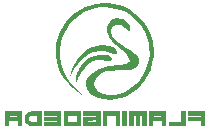
<source format=gbo>
G04 (created by PCBNEW (2013-07-07 BZR 4022)-stable) date 2013/12/2 11:28:43*
%MOIN*%
G04 Gerber Fmt 3.4, Leading zero omitted, Abs format*
%FSLAX34Y34*%
G01*
G70*
G90*
G04 APERTURE LIST*
%ADD10C,0.00590551*%
%ADD11C,0.0001*%
G04 APERTURE END LIST*
G54D10*
G54D11*
G36*
X54641Y-25363D02*
X54568Y-25363D01*
X54494Y-25363D01*
X54494Y-25277D01*
X54494Y-25190D01*
X54494Y-25037D01*
X54490Y-25028D01*
X54474Y-25022D01*
X54443Y-25018D01*
X54391Y-25017D01*
X54354Y-25017D01*
X54290Y-25017D01*
X54249Y-25020D01*
X54225Y-25024D01*
X54215Y-25031D01*
X54214Y-25037D01*
X54219Y-25046D01*
X54234Y-25052D01*
X54266Y-25055D01*
X54317Y-25057D01*
X54354Y-25057D01*
X54418Y-25056D01*
X54460Y-25054D01*
X54483Y-25049D01*
X54493Y-25042D01*
X54494Y-25037D01*
X54494Y-25190D01*
X54354Y-25190D01*
X54214Y-25190D01*
X54214Y-25277D01*
X54214Y-25363D01*
X54141Y-25363D01*
X54068Y-25363D01*
X54068Y-25117D01*
X54068Y-24870D01*
X54354Y-24870D01*
X54641Y-24870D01*
X54641Y-25117D01*
X54641Y-25363D01*
X54641Y-25363D01*
X54641Y-25363D01*
G37*
G36*
X55294Y-25363D02*
X55148Y-25363D01*
X55148Y-25230D01*
X55148Y-25123D01*
X55148Y-25017D01*
X55040Y-25017D01*
X54985Y-25018D01*
X54949Y-25021D01*
X54925Y-25029D01*
X54906Y-25044D01*
X54900Y-25049D01*
X54873Y-25089D01*
X54870Y-25132D01*
X54883Y-25168D01*
X54902Y-25197D01*
X54932Y-25215D01*
X54978Y-25225D01*
X55045Y-25229D01*
X55051Y-25229D01*
X55148Y-25230D01*
X55148Y-25363D01*
X55098Y-25363D01*
X55017Y-25362D01*
X54959Y-25360D01*
X54917Y-25357D01*
X54887Y-25351D01*
X54862Y-25341D01*
X54853Y-25337D01*
X54794Y-25295D01*
X54750Y-25241D01*
X54727Y-25183D01*
X54727Y-25182D01*
X54722Y-25104D01*
X54736Y-25031D01*
X54767Y-24970D01*
X54794Y-24937D01*
X54822Y-24913D01*
X54855Y-24896D01*
X54899Y-24885D01*
X54957Y-24878D01*
X55034Y-24874D01*
X55091Y-24873D01*
X55294Y-24868D01*
X55294Y-25116D01*
X55294Y-25363D01*
X55294Y-25363D01*
X55294Y-25363D01*
G37*
G36*
X55948Y-25363D02*
X55661Y-25363D01*
X55374Y-25363D01*
X55374Y-25297D01*
X55374Y-25230D01*
X55588Y-25230D01*
X55669Y-25230D01*
X55727Y-25229D01*
X55765Y-25226D01*
X55788Y-25222D01*
X55799Y-25216D01*
X55801Y-25210D01*
X55797Y-25203D01*
X55785Y-25197D01*
X55758Y-25193D01*
X55715Y-25191D01*
X55653Y-25190D01*
X55588Y-25190D01*
X55374Y-25190D01*
X55374Y-25123D01*
X55374Y-25057D01*
X55588Y-25057D01*
X55669Y-25057D01*
X55727Y-25055D01*
X55765Y-25053D01*
X55788Y-25049D01*
X55799Y-25043D01*
X55801Y-25037D01*
X55797Y-25029D01*
X55785Y-25024D01*
X55758Y-25020D01*
X55715Y-25018D01*
X55653Y-25017D01*
X55588Y-25017D01*
X55374Y-25017D01*
X55374Y-24943D01*
X55374Y-24870D01*
X55661Y-24870D01*
X55948Y-24870D01*
X55948Y-25117D01*
X55948Y-25363D01*
X55948Y-25363D01*
X55948Y-25363D01*
G37*
G36*
X56601Y-25363D02*
X56454Y-25363D01*
X56454Y-25230D01*
X56454Y-25017D01*
X56174Y-25017D01*
X56174Y-25230D01*
X56454Y-25230D01*
X56454Y-25363D01*
X56028Y-25363D01*
X56028Y-24870D01*
X56601Y-24870D01*
X56601Y-25363D01*
X56601Y-25363D01*
X56601Y-25363D01*
G37*
G36*
X57254Y-25363D02*
X56968Y-25363D01*
X56681Y-25363D01*
X56681Y-25210D01*
X56681Y-25057D01*
X56875Y-25057D01*
X57069Y-25057D01*
X57065Y-25120D01*
X57061Y-25183D01*
X56944Y-25187D01*
X56886Y-25190D01*
X56850Y-25195D01*
X56832Y-25202D01*
X56828Y-25211D01*
X56832Y-25219D01*
X56849Y-25225D01*
X56882Y-25229D01*
X56936Y-25230D01*
X56968Y-25230D01*
X57108Y-25230D01*
X57108Y-25123D01*
X57108Y-25017D01*
X56894Y-25017D01*
X56681Y-25017D01*
X56681Y-24943D01*
X56681Y-24870D01*
X56968Y-24870D01*
X57254Y-24870D01*
X57254Y-25117D01*
X57254Y-25363D01*
X57254Y-25363D01*
X57254Y-25363D01*
G37*
G36*
X57908Y-25363D02*
X57761Y-25363D01*
X57761Y-25017D01*
X57481Y-25017D01*
X57481Y-25363D01*
X57334Y-25363D01*
X57334Y-24870D01*
X57908Y-24870D01*
X57908Y-25363D01*
X57908Y-25363D01*
X57908Y-25363D01*
G37*
G36*
X58134Y-25363D02*
X58054Y-25363D01*
X57974Y-25363D01*
X57977Y-25120D01*
X57981Y-24877D01*
X58058Y-24873D01*
X58134Y-24869D01*
X58134Y-25116D01*
X58134Y-25363D01*
X58134Y-25363D01*
X58134Y-25363D01*
G37*
G36*
X58788Y-25363D02*
X58641Y-25363D01*
X58641Y-25017D01*
X58574Y-25017D01*
X58574Y-25363D01*
X58428Y-25363D01*
X58428Y-25017D01*
X58361Y-25017D01*
X58361Y-25363D01*
X58214Y-25363D01*
X58214Y-24870D01*
X58788Y-24870D01*
X58788Y-25363D01*
X58788Y-25363D01*
X58788Y-25363D01*
G37*
G36*
X59441Y-25363D02*
X59368Y-25363D01*
X59294Y-25363D01*
X59294Y-25277D01*
X59294Y-25190D01*
X59294Y-25037D01*
X59290Y-25028D01*
X59274Y-25022D01*
X59243Y-25018D01*
X59191Y-25017D01*
X59154Y-25017D01*
X59090Y-25017D01*
X59049Y-25020D01*
X59025Y-25024D01*
X59015Y-25031D01*
X59014Y-25037D01*
X59019Y-25046D01*
X59034Y-25052D01*
X59066Y-25055D01*
X59117Y-25057D01*
X59154Y-25057D01*
X59218Y-25056D01*
X59260Y-25054D01*
X59283Y-25049D01*
X59293Y-25042D01*
X59294Y-25037D01*
X59294Y-25190D01*
X59154Y-25190D01*
X59014Y-25190D01*
X59014Y-25277D01*
X59014Y-25363D01*
X58941Y-25363D01*
X58868Y-25363D01*
X58868Y-25117D01*
X58868Y-24870D01*
X59154Y-24870D01*
X59441Y-24870D01*
X59441Y-25117D01*
X59441Y-25363D01*
X59441Y-25363D01*
X59441Y-25363D01*
G37*
G36*
X60094Y-25363D02*
X59521Y-25363D01*
X59521Y-25230D01*
X59948Y-25230D01*
X59948Y-24870D01*
X60094Y-24870D01*
X60094Y-25363D01*
X60094Y-25363D01*
X60094Y-25363D01*
G37*
G36*
X60748Y-25363D02*
X60674Y-25363D01*
X60601Y-25363D01*
X60601Y-25277D01*
X60601Y-25190D01*
X60388Y-25190D01*
X60174Y-25190D01*
X60174Y-25123D01*
X60174Y-25057D01*
X60388Y-25057D01*
X60469Y-25057D01*
X60527Y-25055D01*
X60565Y-25053D01*
X60588Y-25049D01*
X60599Y-25043D01*
X60601Y-25037D01*
X60597Y-25029D01*
X60585Y-25024D01*
X60558Y-25020D01*
X60515Y-25018D01*
X60453Y-25017D01*
X60388Y-25017D01*
X60174Y-25017D01*
X60174Y-24943D01*
X60174Y-24870D01*
X60461Y-24870D01*
X60748Y-24870D01*
X60748Y-25117D01*
X60748Y-25363D01*
X60748Y-25363D01*
X60748Y-25363D01*
G37*
G36*
X59035Y-22888D02*
X59031Y-22986D01*
X59022Y-23065D01*
X58981Y-23282D01*
X58918Y-23485D01*
X58833Y-23674D01*
X58725Y-23849D01*
X58595Y-24008D01*
X58444Y-24151D01*
X58272Y-24279D01*
X58219Y-24312D01*
X58069Y-24389D01*
X57905Y-24445D01*
X57735Y-24481D01*
X57562Y-24493D01*
X57393Y-24483D01*
X57367Y-24479D01*
X57216Y-24443D01*
X57085Y-24391D01*
X56973Y-24322D01*
X56881Y-24237D01*
X56810Y-24135D01*
X56798Y-24111D01*
X56774Y-24037D01*
X56767Y-23954D01*
X56776Y-23872D01*
X56800Y-23803D01*
X56847Y-23735D01*
X56914Y-23664D01*
X56998Y-23593D01*
X57093Y-23528D01*
X57194Y-23470D01*
X57297Y-23425D01*
X57297Y-23424D01*
X57389Y-23395D01*
X57495Y-23372D01*
X57618Y-23354D01*
X57763Y-23341D01*
X57813Y-23337D01*
X57891Y-23331D01*
X57966Y-23324D01*
X58030Y-23315D01*
X58077Y-23307D01*
X58090Y-23304D01*
X58146Y-23279D01*
X58191Y-23244D01*
X58220Y-23204D01*
X58227Y-23173D01*
X58215Y-23118D01*
X58181Y-23053D01*
X58126Y-22982D01*
X58053Y-22905D01*
X57963Y-22826D01*
X57930Y-22799D01*
X57856Y-22737D01*
X57781Y-22667D01*
X57707Y-22594D01*
X57641Y-22521D01*
X57586Y-22454D01*
X57546Y-22397D01*
X57539Y-22383D01*
X57500Y-22301D01*
X57478Y-22229D01*
X57473Y-22162D01*
X57481Y-22093D01*
X57510Y-21992D01*
X57555Y-21907D01*
X57613Y-21842D01*
X57683Y-21799D01*
X57714Y-21788D01*
X57774Y-21780D01*
X57848Y-21782D01*
X57925Y-21793D01*
X57990Y-21811D01*
X58067Y-21849D01*
X58133Y-21904D01*
X58184Y-21971D01*
X58217Y-22045D01*
X58228Y-22113D01*
X58226Y-22165D01*
X58219Y-22191D01*
X58204Y-22194D01*
X58177Y-22175D01*
X58151Y-22151D01*
X58079Y-22093D01*
X58000Y-22047D01*
X57920Y-22016D01*
X57847Y-22003D01*
X57840Y-22003D01*
X57766Y-22013D01*
X57699Y-22039D01*
X57646Y-22079D01*
X57635Y-22093D01*
X57612Y-22144D01*
X57602Y-22209D01*
X57607Y-22277D01*
X57626Y-22340D01*
X57627Y-22343D01*
X57678Y-22423D01*
X57754Y-22507D01*
X57853Y-22593D01*
X57973Y-22679D01*
X58101Y-22757D01*
X58221Y-22828D01*
X58318Y-22893D01*
X58395Y-22955D01*
X58455Y-23013D01*
X58500Y-23073D01*
X58520Y-23109D01*
X58544Y-23181D01*
X58542Y-23251D01*
X58516Y-23319D01*
X58468Y-23379D01*
X58399Y-23432D01*
X58314Y-23473D01*
X58287Y-23481D01*
X58259Y-23488D01*
X58227Y-23494D01*
X58185Y-23499D01*
X58131Y-23502D01*
X58061Y-23505D01*
X57971Y-23508D01*
X57874Y-23511D01*
X57753Y-23515D01*
X57656Y-23519D01*
X57577Y-23523D01*
X57513Y-23530D01*
X57461Y-23538D01*
X57416Y-23549D01*
X57375Y-23563D01*
X57333Y-23581D01*
X57315Y-23590D01*
X57232Y-23641D01*
X57160Y-23708D01*
X57101Y-23785D01*
X57061Y-23867D01*
X57045Y-23934D01*
X57049Y-24008D01*
X57076Y-24083D01*
X57123Y-24155D01*
X57185Y-24217D01*
X57261Y-24265D01*
X57275Y-24272D01*
X57379Y-24307D01*
X57497Y-24328D01*
X57623Y-24336D01*
X57748Y-24330D01*
X57862Y-24310D01*
X58015Y-24258D01*
X58163Y-24181D01*
X58304Y-24083D01*
X58436Y-23965D01*
X58556Y-23830D01*
X58661Y-23680D01*
X58741Y-23535D01*
X58814Y-23351D01*
X58862Y-23162D01*
X58885Y-22970D01*
X58881Y-22777D01*
X58852Y-22585D01*
X58797Y-22397D01*
X58735Y-22249D01*
X58638Y-22079D01*
X58524Y-21926D01*
X58394Y-21792D01*
X58251Y-21677D01*
X58097Y-21582D01*
X57934Y-21507D01*
X57765Y-21452D01*
X57589Y-21417D01*
X57412Y-21404D01*
X57233Y-21412D01*
X57056Y-21442D01*
X56882Y-21494D01*
X56714Y-21568D01*
X56553Y-21665D01*
X56402Y-21786D01*
X56374Y-21812D01*
X56275Y-21914D01*
X56193Y-22014D01*
X56122Y-22122D01*
X56061Y-22237D01*
X55982Y-22422D01*
X55929Y-22608D01*
X55902Y-22797D01*
X55900Y-22993D01*
X55905Y-23065D01*
X55930Y-23237D01*
X55970Y-23400D01*
X56028Y-23555D01*
X56104Y-23705D01*
X56200Y-23851D01*
X56317Y-23997D01*
X56458Y-24146D01*
X56622Y-24299D01*
X56634Y-24309D01*
X56665Y-24337D01*
X56675Y-24349D01*
X56668Y-24347D01*
X56644Y-24331D01*
X56605Y-24304D01*
X56553Y-24266D01*
X56489Y-24217D01*
X56474Y-24205D01*
X56332Y-24088D01*
X56205Y-23968D01*
X56093Y-23847D01*
X56001Y-23729D01*
X55930Y-23617D01*
X55901Y-23559D01*
X55840Y-23394D01*
X55796Y-23216D01*
X55769Y-23033D01*
X55762Y-22851D01*
X55773Y-22676D01*
X55781Y-22622D01*
X55829Y-22423D01*
X55901Y-22234D01*
X55995Y-22056D01*
X56109Y-21891D01*
X56242Y-21742D01*
X56392Y-21609D01*
X56557Y-21496D01*
X56736Y-21403D01*
X56873Y-21351D01*
X56956Y-21327D01*
X57053Y-21304D01*
X57154Y-21284D01*
X57253Y-21269D01*
X57340Y-21259D01*
X57394Y-21257D01*
X57465Y-21261D01*
X57553Y-21271D01*
X57650Y-21287D01*
X57748Y-21307D01*
X57840Y-21329D01*
X57895Y-21344D01*
X58080Y-21416D01*
X58254Y-21511D01*
X58415Y-21626D01*
X58563Y-21761D01*
X58693Y-21911D01*
X58804Y-22076D01*
X58895Y-22253D01*
X58963Y-22439D01*
X58993Y-22559D01*
X59016Y-22683D01*
X59030Y-22790D01*
X59035Y-22888D01*
X59035Y-22888D01*
X59035Y-22888D01*
G37*
G36*
X57628Y-23129D02*
X57616Y-23165D01*
X57583Y-23189D01*
X57531Y-23202D01*
X57463Y-23201D01*
X57381Y-23186D01*
X57370Y-23183D01*
X57251Y-23166D01*
X57133Y-23174D01*
X57012Y-23209D01*
X56889Y-23270D01*
X56889Y-23270D01*
X56802Y-23335D01*
X56717Y-23422D01*
X56635Y-23529D01*
X56561Y-23650D01*
X56497Y-23783D01*
X56489Y-23801D01*
X56468Y-23851D01*
X56450Y-23892D01*
X56437Y-23917D01*
X56434Y-23921D01*
X56431Y-23913D01*
X56430Y-23885D01*
X56433Y-23842D01*
X56433Y-23833D01*
X56449Y-23719D01*
X56476Y-23615D01*
X56517Y-23510D01*
X56537Y-23470D01*
X56609Y-23351D01*
X56702Y-23243D01*
X56813Y-23149D01*
X56937Y-23073D01*
X57070Y-23018D01*
X57074Y-23017D01*
X57159Y-22997D01*
X57246Y-22988D01*
X57333Y-22988D01*
X57416Y-22997D01*
X57490Y-23014D01*
X57552Y-23039D01*
X57598Y-23069D01*
X57623Y-23106D01*
X57628Y-23129D01*
X57628Y-23129D01*
X57628Y-23129D01*
G37*
G36*
X57801Y-22890D02*
X57795Y-22929D01*
X57774Y-22953D01*
X57738Y-22963D01*
X57684Y-22958D01*
X57610Y-22939D01*
X57556Y-22921D01*
X57501Y-22902D01*
X57457Y-22890D01*
X57415Y-22882D01*
X57365Y-22879D01*
X57301Y-22877D01*
X57268Y-22877D01*
X57191Y-22878D01*
X57133Y-22881D01*
X57085Y-22887D01*
X57042Y-22897D01*
X57008Y-22908D01*
X56867Y-22970D01*
X56733Y-23057D01*
X56607Y-23169D01*
X56488Y-23307D01*
X56377Y-23471D01*
X56307Y-23594D01*
X56280Y-23643D01*
X56259Y-23680D01*
X56245Y-23701D01*
X56241Y-23703D01*
X56245Y-23685D01*
X56255Y-23648D01*
X56270Y-23597D01*
X56282Y-23556D01*
X56345Y-23384D01*
X56423Y-23228D01*
X56515Y-23091D01*
X56618Y-22975D01*
X56697Y-22907D01*
X56837Y-22813D01*
X56981Y-22743D01*
X57126Y-22697D01*
X57272Y-22676D01*
X57415Y-22679D01*
X57472Y-22689D01*
X57572Y-22714D01*
X57657Y-22746D01*
X57725Y-22783D01*
X57773Y-22825D01*
X57798Y-22868D01*
X57801Y-22890D01*
X57801Y-22890D01*
X57801Y-22890D01*
G37*
M02*

</source>
